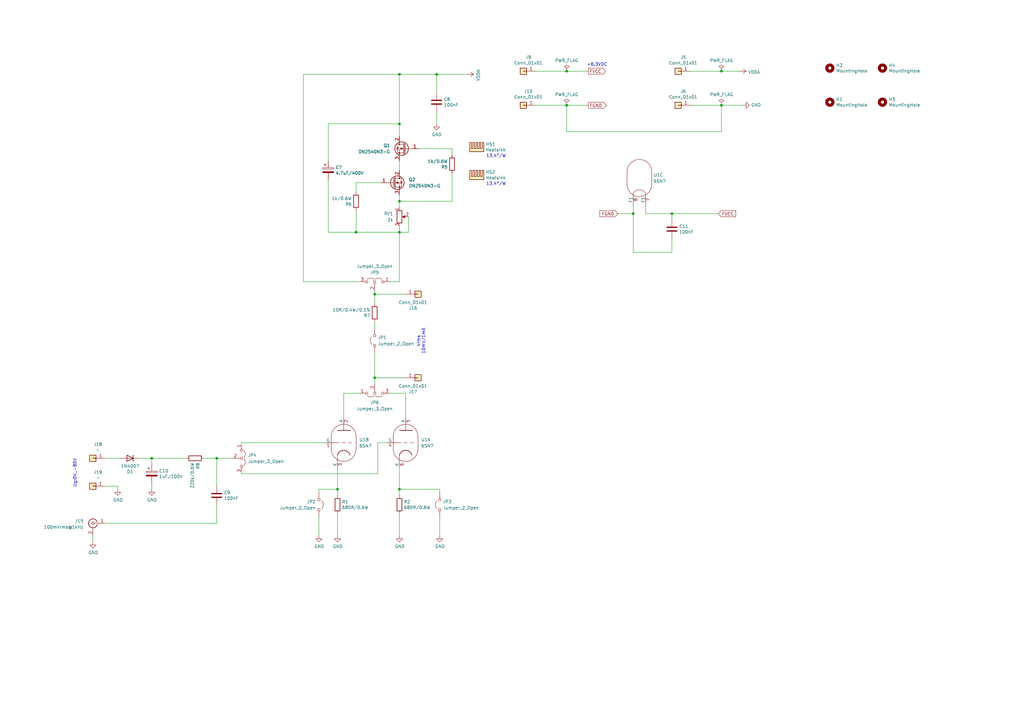
<source format=kicad_sch>
(kicad_sch (version 20231120) (generator "eeschema") (generator_version "8.0")
  (paper "A3")
  (title_block (title "GM Test Setup 6SN7") (date "2024-08-08") (rev "V2"))
  (lib_symbols
    (symbol "Connector:Conn_Coaxial" (pin_names (offset 1.016) hide)
      (property "Reference" "J" (at 0.254 3.048 0))
      (property "Value" "Conn_Coaxial" (at 2.921 0 90))
      (symbol "Conn_Coaxial_0_1"
        (arc (start -1.778 -0.508) (mid 0.2311 -1.8066) (end 1.778 0) (stroke (width 0.254)))
        (polyline (pts (xy -2.54 0) (xy -0.508 0)))
        (polyline (pts (xy 0 -2.54) (xy 0 -1.778)))
        (circle (center 0 0) (radius 0.508) (stroke (width 0.2032)))
        (arc (start 1.778 0) (mid 0.2099 1.8101) (end -1.778 0.508) (stroke (width 0.254)))
      )
      (symbol "Conn_Coaxial_1_1"
        (pin passive line (at -5.08 0 0) (length 2.54) (name "In") (number "1"))
        (pin passive line (at 0 -5.08 90) (length 2.54) (name "Ext") (number "2"))
      )
    )
    (symbol "Connector_Generic:Conn_01x01" (pin_names (offset 1.016) hide)
      (property "Reference" "J" (at 0 2.54 0))
      (property "Value" "Conn_01x01" (at 0 -2.54 0))
      (symbol "Conn_01x01_1_1"
        (rectangle (start -1.27 0.127) (end 0 -0.127) (stroke (width 0.1524)))
        (rectangle (start -1.27 1.27) (end 1.27 -1.27) (stroke (width 0.254)) (fill (type background)))
        (pin passive line (at -5.08 0 0) (length 3.81) (name "Pin_1") (number "1"))
      )
    )
    (symbol "Device:C" (pin_numbers hide) (pin_names (offset 0.254))
      (property "Reference" "C" (at 0.635 2.54 0))
      (property "Value" "C" (at 0.635 -2.54 0))
      (symbol "C_0_1"
        (polyline (pts (xy -2.032 -0.762) (xy 2.032 -0.762)) (stroke (width 0.508)))
        (polyline (pts (xy -2.032 0.762) (xy 2.032 0.762)) (stroke (width 0.508)))
      )
      (symbol "C_1_1"
        (pin passive line (at 0 3.81 270) (length 2.794) (name "~") (number "1"))
        (pin passive line (at 0 -3.81 90) (length 2.794) (name "~") (number "2"))
      )
    )
    (symbol "Device:C_Polarized" (pin_numbers hide) (pin_names (offset 0.254))
      (property "Reference" "C" (at 0.635 2.54 0))
      (property "Value" "C_Polarized" (at 0.635 -2.54 0))
      (symbol "C_Polarized_0_1"
        (rectangle (start -2.286 0.508) (end 2.286 1.016))
        (polyline (pts (xy -1.778 2.286) (xy -0.762 2.286)))
        (polyline (pts (xy -1.27 2.794) (xy -1.27 1.778)))
        (rectangle (start 2.286 -0.508) (end -2.286 -1.016) (fill (type outline)))
      )
      (symbol "C_Polarized_1_1"
        (pin passive line (at 0 3.81 270) (length 2.794) (name "~") (number "1"))
        (pin passive line (at 0 -3.81 90) (length 2.794) (name "~") (number "2"))
      )
    )
    (symbol "Device:R" (pin_numbers hide) (pin_names (offset 0))
      (property "Reference" "R" (at 2.032 0 90))
      (property "Value" "R" (at 0 0 90))
      (symbol "R_0_1"
        (rectangle (start -1.016 -2.54) (end 1.016 2.54) (stroke (width 0.254)))
      )
      (symbol "R_1_1"
        (pin passive line (at 0 3.81 270) (length 1.27) (name "~") (number "1"))
        (pin passive line (at 0 -3.81 90) (length 1.27) (name "~") (number "2"))
      )
    )
    (symbol "Device:R_Potentiometer" (pin_names (offset 1.016) hide)
      (property "Reference" "RV" (at -4.445 0 90))
      (property "Value" "R_Potentiometer" (at -2.54 0 90))
      (symbol "R_Potentiometer_0_1"
        (polyline (pts (xy 2.54 0) (xy 1.524 0)))
        (polyline (pts (xy 1.143 0) (xy 2.286 0.508) (xy 2.286 -0.508) (xy 1.143 0)) (fill (type outline)))
        (rectangle (start 1.016 2.54) (end -1.016 -2.54) (stroke (width 0.254)))
      )
      (symbol "R_Potentiometer_1_1"
        (pin passive line (at 0 3.81 270) (length 1.27) (name "1") (number "1"))
        (pin passive line (at 3.81 0 180) (length 1.27) (name "2") (number "2"))
        (pin passive line (at 0 -3.81 90) (length 1.27) (name "3") (number "3"))
      )
    )
    (symbol "Diode:1N4007" (pin_numbers hide) (pin_names hide)
      (property "Reference" "D" (at 0 2.54 0))
      (property "Value" "1N4007" (at 0 -2.54 0))
      (symbol "1N4007_0_1"
        (polyline (pts (xy -1.27 1.27) (xy -1.27 -1.27)) (stroke (width 0.254)))
        (polyline (pts (xy 1.27 0) (xy -1.27 0)))
        (polyline (pts (xy 1.27 1.27) (xy 1.27 -1.27) (xy -1.27 0) (xy 1.27 1.27)) (stroke (width 0.254)))
      )
      (symbol "1N4007_1_1"
        (pin passive line (at -3.81 0 0) (length 2.54) (name "K") (number "1"))
        (pin passive line (at 3.81 0 180) (length 2.54) (name "A") (number "2"))
      )
    )
    (symbol "Jumper:Jumper_2_Open" (pin_numbers hide) (pin_names (offset 0) hide) (exclude_from_sim yes)
      (property "Reference" "JP" (at 0 2.794 0))
      (property "Value" "Jumper_2_Open" (at 0 -2.286 0))
      (symbol "Jumper_2_Open_0_0"
        (circle (center -2.032 0) (radius 0.508))
        (circle (center 2.032 0) (radius 0.508))
      )
      (symbol "Jumper_2_Open_0_1"
        (arc (start 1.524 1.27) (mid 0 1.778) (end -1.524 1.27))
      )
      (symbol "Jumper_2_Open_1_1"
        (pin passive line (at -5.08 0 0) (length 2.54) (name "A") (number "1"))
        (pin passive line (at 5.08 0 180) (length 2.54) (name "B") (number "2"))
      )
    )
    (symbol "Jumper:Jumper_3_Open" (pin_names (offset 0) hide) (exclude_from_sim yes) (in_bom no)
      (property "Reference" "JP" (at -2.54 -2.54 0))
      (property "Value" "Jumper_3_Open" (at 0 2.794 0))
      (symbol "Jumper_3_Open_0_0"
        (circle (center -3.302 0) (radius 0.508))
        (circle (center 0 0) (radius 0.508))
        (circle (center 3.302 0) (radius 0.508))
      )
      (symbol "Jumper_3_Open_0_1"
        (arc (start -0.254 1.016) (mid -1.651 1.4992) (end -3.048 1.016))
        (polyline (pts (xy 0 -0.508) (xy 0 -1.27)))
        (arc (start 3.048 1.016) (mid 1.651 1.4992) (end 0.254 1.016))
      )
      (symbol "Jumper_3_Open_1_1"
        (pin passive line (at -6.35 0 0) (length 2.54) (name "A") (number "1"))
        (pin passive line (at 0 -3.81 90) (length 2.54) (name "C") (number "2"))
        (pin passive line (at 6.35 0 180) (length 2.54) (name "B") (number "3"))
      )
    )
    (symbol "Mechanical:Heatsink" (pin_names (offset 1.016)) (exclude_from_sim yes)
      (property "Reference" "HS" (at 0 5.08 0))
      (property "Value" "Heatsink" (at 0 -1.27 0))
      (symbol "Heatsink_0_1"
        (polyline (pts (xy -0.3302 1.27) (xy -0.9652 1.27) (xy -0.9652 3.81) (xy -1.6002 3.81) (xy -1.6002 1.27) (xy -2.2352 1.27) (xy -2.2352 3.81) (xy -2.8702 3.81) (xy -2.8702 0) (xy -0.9652 0)) (stroke (width 0.254)) (fill (type background)))
        (polyline (pts (xy -0.3302 1.27) (xy -0.3302 3.81) (xy 0.3048 3.81) (xy 0.3048 1.27) (xy 0.9398 1.27) (xy 0.9398 3.81) (xy 1.5748 3.81) (xy 1.5748 1.27) (xy 2.2098 1.27) (xy 2.2098 3.81) (xy 2.8448 3.81) (xy 2.8448 0) (xy -0.9652 0)) (stroke (width 0.254)) (fill (type background)))
      )
    )
    (symbol "Mechanical:MountingHole" (pin_names (offset 1.016))
      (property "Reference" "H" (at 0 5.08 0))
      (property "Value" "MountingHole" (at 0 3.175 0))
      (symbol "MountingHole_0_1"
        (circle (center 0 0) (radius 1.27) (stroke (width 1.27)))
      )
    )
    (symbol "Transistor_FET_Other:DN2540N5-G" (pin_names (offset 0) hide)
      (property "Reference" "Q" (at 5.08 1.905 0))
      (property "Value" "DN2540N5-G" (at 5.08 0 0))
      (symbol "DN2540N5-G_0_1"
        (polyline (pts (xy 0.254 0) (xy -2.54 0)))
        (polyline (pts (xy 0.254 1.905) (xy 0.254 -1.905)) (stroke (width 0.254)))
        (polyline (pts (xy 0.762 2.286) (xy 0.762 -2.286)) (stroke (width 0.254)))
        (polyline (pts (xy 2.54 2.54) (xy 2.54 1.778)))
        (polyline (pts (xy 2.54 -2.54) (xy 2.54 0) (xy 0.762 0)))
        (polyline (pts (xy 0.762 -1.778) (xy 3.302 -1.778) (xy 3.302 1.778) (xy 0.762 1.778)))
        (polyline (pts (xy 1.016 0) (xy 2.032 0.381) (xy 2.032 -0.381) (xy 1.016 0)) (fill (type outline)))
        (polyline (pts (xy 2.794 0.508) (xy 2.921 0.381) (xy 3.683 0.381) (xy 3.81 0.254)))
        (polyline (pts (xy 3.302 0.381) (xy 2.921 -0.254) (xy 3.683 -0.254) (xy 3.302 0.381)))
        (circle (center 1.651 0) (radius 2.794) (stroke (width 0.254)))
        (circle (center 2.54 -1.778) (radius 0.254) (fill (type outline)))
        (circle (center 2.54 1.778) (radius 0.254) (fill (type outline)))
      )
      (symbol "DN2540N5-G_1_1"
        (pin input line (at -5.08 0 0) (length 2.54) (name "G") (number "1"))
        (pin passive line (at 2.54 5.08 270) (length 2.54) (name "D") (number "2"))
        (pin passive line (at 2.54 -5.08 90) (length 2.54) (name "S") (number "3"))
      )
    )
    (symbol "kicad-snk:6SN7" (pin_names (offset 0))
      (property "Reference" "U" (at 3.302 7.874 0))
      (property "Value" "6SN7" (at 8.89 -7.62 0))
      (symbol "6SN7_0_1"
        (arc (start -5.08 -2.54) (mid 0 -7.5979) (end 5.08 -2.54))
        (polyline (pts (xy 5.08 2.54) (xy 5.08 -2.54)))
        (polyline (pts (xy -5.08 2.54) (xy -5.08 -2.54) (xy -5.08 -2.54)))
        (arc (start 5.08 2.54) (mid 0 7.5979) (end -5.08 2.54))
      )
      (symbol "6SN7_1_0"
        (polyline (pts (xy -2.54 -5.08) (xy -2.54 -7.62)))
        (polyline (pts (xy 0 5.08) (xy 0 7.62)))
      )
      (symbol "6SN7_1_1"
        (polyline (pts (xy -5.08 0) (xy -3.175 0)))
        (polyline (pts (xy -1.905 0) (xy -3.175 0)) (stroke (width 0.1524)))
        (polyline (pts (xy -0.635 0) (xy 0.635 0)) (stroke (width 0.1524)))
        (polyline (pts (xy 1.905 0) (xy 3.175 0)) (stroke (width 0.1524)))
        (polyline (pts (xy -2.54 5.08) (xy 2.794 5.08) (xy 2.794 5.08)) (stroke (width 0.254)))
        (arc (start 2.54 -5.08) (mid 0 -3.0968) (end -2.54 -5.08) (stroke (width 0.254)))
        (pin input line (at -7.62 0 0) (length 2.54) (name "G") (number "4"))
        (pin output line (at 0 10.16 270) (length 2.54) (name "A") (number "5"))
        (pin bidirectional line (at -2.54 -10.16 90) (length 2.54) (name "K") (number "6"))
      )
      (symbol "6SN7_2_0"
        (polyline (pts (xy -2.54 -5.08) (xy -2.54 -7.62)))
        (polyline (pts (xy 0 5.08) (xy 0 7.62)))
      )
      (symbol "6SN7_2_1"
        (polyline (pts (xy -5.08 0) (xy -3.175 0)))
        (polyline (pts (xy -1.905 0) (xy -3.175 0)) (stroke (width 0.1524)))
        (polyline (pts (xy -0.635 0) (xy 0.635 0)) (stroke (width 0.1524)))
        (polyline (pts (xy 1.905 0) (xy 3.175 0)) (stroke (width 0.1524)))
        (polyline (pts (xy -2.54 5.08) (xy 2.794 5.08) (xy 2.794 5.08)) (stroke (width 0.254)))
        (arc (start 2.54 -5.08) (mid 0 -3.0968) (end -2.54 -5.08) (stroke (width 0.254)))
        (pin input line (at -7.62 0 0) (length 2.54) (name "G") (number "1"))
        (pin output line (at 0 10.16 270) (length 2.54) (name "A") (number "2"))
        (pin bidirectional line (at -2.54 -10.16 90) (length 2.54) (name "K") (number "3"))
      )
      (symbol "6SN7_3_1"
        (arc (start 2.54 -6.35) (mid 0 -4.7847) (end -2.54 -6.35))
        (pin power_in line (at 2.54 -11.43 90) (length 5.08) (name "F1") (number "7"))
        (pin power_in line (at -2.54 -11.43 90) (length 5.08) (name "F1") (number "8"))
      )
    )
    (symbol "power:GND" (power) (pin_names (offset 0))
      (property "Value" "GND" (at 0 -3.81 0))
      (symbol "GND_0_1"
        (polyline (pts (xy 0 0) (xy 0 -1.27) (xy 1.27 -1.27) (xy 0 -2.54) (xy -1.27 -1.27) (xy 0 -1.27)))
      )
      (symbol "GND_1_1"
        (pin power_in line (at 0 0 270) (length 0) hide (name "GND") (number "1"))
      )
    )
    (symbol "power:PWR_FLAG" (power) (pin_numbers hide) (pin_names (offset 0) hide)
      (property "Value" "PWR_FLAG" (at 0 3.81 0))
      (symbol "PWR_FLAG_0_0"
        (pin power_out line (at 0 0 90) (length 0) (name "pwr") (number "1"))
      )
      (symbol "PWR_FLAG_0_1"
        (polyline (pts (xy 0 0) (xy 0 1.27) (xy -1.016 1.905) (xy 0 2.54) (xy 1.016 1.905) (xy 0 1.27)))
      )
    )
    (symbol "power:VDDA" (power) (pin_names (offset 0))
      (property "Value" "VDDA" (at 0 3.81 0))
      (symbol "VDDA_0_1"
        (polyline (pts (xy -0.762 1.27) (xy 0 2.54)))
        (polyline (pts (xy 0 0) (xy 0 2.54)))
        (polyline (pts (xy 0 2.54) (xy 0.762 1.27)))
      )
      (symbol "VDDA_1_1"
        (pin power_in line (at 0 0 90) (length 0) hide (name "VDDA") (number "1"))
      )
    )
  )
  (junction (at 163.83 200.66))
  (junction (at 163.83 95.25))
  (junction (at 62.23 187.96))
  (junction (at 259.715 87.63))
  (junction (at 295.91 43.18))
  (junction (at 275.59 87.63))
  (junction (at 232.41 43.18))
  (junction (at 295.91 29.21))
  (junction (at 88.9 187.96))
  (junction (at 163.83 50.8))
  (junction (at 138.43 200.66))
  (junction (at 163.83 82.55))
  (junction (at 179.07 30.48))
  (junction (at 153.67 120.65))
  (junction (at 232.41 29.21))
  (junction (at 153.67 154.94))
  (junction (at 163.83 30.48))
  (junction (at 146.05 95.25))
  (wire (pts (xy 160.02 161.29) (xy 166.37 161.29)))
  (wire (pts (xy 180.34 200.66) (xy 163.83 200.66)))
  (wire (pts (xy 232.41 53.975) (xy 232.41 43.18)))
  (wire (pts (xy 232.41 53.975) (xy 295.91 53.975)))
  (wire (pts (xy 158.75 181.61) (xy 154.94 181.61)))
  (wire (pts (xy 134.62 50.8) (xy 134.62 66.04)))
  (wire (pts (xy 153.67 144.78) (xy 153.67 154.94)))
  (wire (pts (xy 163.83 80.01) (xy 163.83 82.55)))
  (wire (pts (xy 163.83 50.8) (xy 163.83 30.48)))
  (wire (pts (xy 163.83 66.04) (xy 163.83 69.85)))
  (wire (pts (xy 153.67 154.94) (xy 153.67 157.48)))
  (wire (pts (xy 153.67 120.65) (xy 153.67 124.46)))
  (wire (pts (xy 179.07 38.1) (xy 179.07 30.48)))
  (wire (pts (xy 153.67 132.08) (xy 153.67 134.62)))
  (wire (pts (xy 163.83 82.55) (xy 185.42 82.55)))
  (wire (pts (xy 275.59 97.79) (xy 275.59 103.505)))
  (wire (pts (xy 48.26 199.39) (xy 48.26 200.66)))
  (wire (pts (xy 99.06 181.61) (xy 133.35 181.61)))
  (wire (pts (xy 179.07 30.48) (xy 191.77 30.48)))
  (wire (pts (xy -133.35 114.3) (xy -116.84 114.3)))
  (wire (pts (xy 43.18 187.96) (xy 49.53 187.96)))
  (wire (pts (xy 275.59 87.63) (xy 294.64 87.63)))
  (wire (pts (xy 153.67 119.38) (xy 153.67 120.65)))
  (wire (pts (xy 146.05 95.25) (xy 146.05 86.36)))
  (wire (pts (xy 219.71 43.18) (xy 232.41 43.18)))
  (wire (pts (xy 38.1 219.71) (xy 38.1 222.25)))
  (wire (pts (xy 138.43 210.82) (xy 138.43 219.71)))
  (wire (pts (xy 259.715 87.63) (xy 259.715 103.505)))
  (wire (pts (xy 295.91 29.21) (xy 283.21 29.21)))
  (wire (pts (xy 83.82 187.96) (xy 88.9 187.96)))
  (wire (pts (xy 130.81 201.93) (xy 130.81 200.66)))
  (wire (pts (xy 124.46 30.48) (xy 163.83 30.48)))
  (wire (pts (xy 180.34 212.09) (xy 180.34 219.71)))
  (wire (pts (xy 140.97 161.29) (xy 140.97 171.45)))
  (wire (pts (xy 303.53 29.21) (xy 295.91 29.21)))
  (wire (pts (xy 57.15 187.96) (xy 62.23 187.96)))
  (wire (pts (xy 130.81 200.66) (xy 138.43 200.66)))
  (wire (pts (xy 275.59 87.63) (xy 275.59 90.17)))
  (wire (pts (xy 163.83 55.88) (xy 163.83 50.8)))
  (wire (pts (xy 163.83 30.48) (xy 179.07 30.48)))
  (wire (pts (xy 88.9 187.96) (xy 88.9 199.39)))
  (wire (pts (xy 264.795 87.63) (xy 264.795 84.455)))
  (wire (pts (xy 62.23 187.96) (xy 62.23 190.5)))
  (wire (pts (xy 163.83 191.77) (xy 163.83 200.66)))
  (wire (pts (xy 130.81 212.09) (xy 130.81 219.71)))
  (wire (pts (xy 146.05 74.93) (xy 156.21 74.93)))
  (wire (pts (xy 163.83 92.71) (xy 163.83 95.25)))
  (wire (pts (xy 153.67 120.65) (xy 166.37 120.65)))
  (wire (pts (xy -111.76 124.46) (xy -111.76 147.32)))
  (wire (pts (xy 163.83 95.25) (xy 167.64 95.25)))
  (wire (pts (xy 283.21 43.18) (xy 295.91 43.18)))
  (wire (pts (xy 163.83 210.82) (xy 163.83 219.71)))
  (wire (pts (xy 232.41 29.21) (xy 241.3 29.21)))
  (wire (pts (xy 62.23 198.12) (xy 62.23 200.66)))
  (wire (pts (xy 163.83 200.66) (xy 163.83 203.2)))
  (wire (pts (xy 295.91 43.18) (xy 304.8 43.18)))
  (wire (pts (xy 185.42 82.55) (xy 185.42 71.12)))
  (wire (pts (xy 134.62 95.25) (xy 134.62 73.66)))
  (wire (pts (xy 88.9 187.96) (xy 95.25 187.96)))
  (wire (pts (xy 259.715 103.505) (xy 275.59 103.505)))
  (wire (pts (xy 264.795 87.63) (xy 275.59 87.63)))
  (wire (pts (xy 147.32 115.57) (xy 124.46 115.57)))
  (wire (pts (xy 179.07 50.8) (xy 179.07 45.72)))
  (wire (pts (xy 48.26 199.39) (xy 43.18 199.39)))
  (wire (pts (xy 232.41 29.21) (xy 219.71 29.21)))
  (wire (pts (xy 146.05 95.25) (xy 134.62 95.25)))
  (wire (pts (xy 163.83 115.57) (xy 160.02 115.57)))
  (wire (pts (xy 232.41 43.18) (xy 241.3 43.18)))
  (wire (pts (xy 259.715 87.63) (xy 259.715 84.455)))
  (wire (pts (xy 124.46 115.57) (xy 124.46 30.48)))
  (wire (pts (xy 171.45 60.96) (xy 185.42 60.96)))
  (wire (pts (xy 138.43 191.77) (xy 138.43 200.66)))
  (wire (pts (xy 295.91 53.975) (xy 295.91 43.18)))
  (wire (pts (xy 99.06 194.31) (xy 154.94 194.31)))
  (wire (pts (xy 76.2 187.96) (xy 62.23 187.96)))
  (wire (pts (xy 88.9 214.63) (xy 88.9 207.01)))
  (wire (pts (xy 147.32 161.29) (xy 140.97 161.29)))
  (wire (pts (xy 138.43 200.66) (xy 138.43 203.2)))
  (wire (pts (xy 166.37 161.29) (xy 166.37 171.45)))
  (wire (pts (xy 180.34 201.93) (xy 180.34 200.66)))
  (wire (pts (xy 146.05 78.74) (xy 146.05 74.93)))
  (wire (pts (xy 153.67 154.94) (xy 166.37 154.94)))
  (wire (pts (xy 253.365 87.63) (xy 259.715 87.63)))
  (wire (pts (xy 154.94 194.31) (xy 154.94 181.61)))
  (wire (pts (xy 185.42 60.96) (xy 185.42 63.5)))
  (wire (pts (xy 163.83 95.25) (xy 163.83 115.57)))
  (wire (pts (xy -109.22 98.425) (xy -109.22 104.14)))
  (wire (pts (xy 43.18 214.63) (xy 88.9 214.63)))
  (wire (pts (xy 167.64 88.9) (xy 167.64 95.25)))
  (wire (pts (xy 163.83 95.25) (xy 146.05 95.25)))
  (wire (pts (xy 163.83 50.8) (xy 134.62 50.8)))
  (wire (pts (xy 163.83 82.55) (xy 163.83 85.09)))
  (text "+6.3VDC" (at 240.665 27.305 0) (effects (font (size 1.27 1.27)) (justify left bottom)))
  (text "13,4°/W" (at 199.39 64.77 0) (effects (font (size 1.27 1.27)) (justify left bottom)))
  (text "Vrms\n10mV/1mA" (at 172.72 139.954 90) (effects (font (size 1.27 1.27))))
  (text "13,4°/W" (at 199.39 76.2 0) (effects (font (size 1.27 1.27)) (justify left bottom)))
  (text "Ug:0V..-80V" (at 30.734 194.056 90) (effects (font (size 1.27 1.27))))
  (global_label "FGND" (shape output) (at 241.3 43.18 0) (property "Intersheetrefs" "${INTERSHEET_REFS}" (effects (hide yes))))
  (global_label "FVCC" (shape output) (at 241.3 29.21 0) (property "Intersheetrefs" "${INTERSHEET_REFS}" (effects (hide yes))))
  (global_label "FGND" (shape input) (at 253.365 87.63 180) (property "Intersheetrefs" "${INTERSHEET_REFS}" (effects (hide yes))))
  (global_label "FVCC" (shape input) (at 294.64 87.63 0) (property "Intersheetrefs" "${INTERSHEET_REFS}" (effects (hide yes))))
  (symbol (lib_id "Connector_Generic:Conn_01x01") (at 278.13 29.21 180) (unit 1)
    (property "Reference" "J5" (at 280.2128 23.495 0))
    (property "Value" "Conn_01x01" (at 280.2128 25.8064 0))
    (property "Footprint" "Connector_Pin:Pin_D1.3mm_L11.0mm" (effects (hide yes)))
  )
  (symbol (lib_id "Connector_Generic:Conn_01x01") (at 278.13 43.18 180) (unit 1)
    (property "Reference" "J6" (at 280.2128 37.465 0))
    (property "Value" "Conn_01x01" (at 280.2128 39.7764 0))
    (property "Footprint" "Connector_Pin:Pin_D1.3mm_L11.0mm" (effects (hide yes)))
  )
  (symbol (lib_id "Mechanical:MountingHole") (at 340.36 27.94 0) (unit 1)
    (property "Reference" "H2" (at 342.9 26.7716 0) (effects (justify left)))
    (property "Value" "MountingHole" (at 342.9 29.083 0) (effects (justify left)))
    (property "Footprint" "MountingHole:MountingHole_3.2mm_M3_Pad_Via" (effects (hide yes)))
  )
  (symbol (lib_id "Mechanical:MountingHole") (at 361.95 27.94 0) (unit 1)
    (property "Reference" "H4" (at 364.49 26.7716 0) (effects (justify left)))
    (property "Value" "MountingHole" (at 364.49 29.083 0) (effects (justify left)))
    (property "Footprint" "MountingHole:MountingHole_3.2mm_M3_Pad_Via" (effects (hide yes)))
  )
  (symbol (lib_id "Mechanical:MountingHole") (at 340.36 41.91 0) (unit 1)
    (property "Reference" "H1" (at 342.9 40.7416 0) (effects (justify left)))
    (property "Value" "MountingHole" (at 342.9 43.053 0) (effects (justify left)))
    (property "Footprint" "MountingHole:MountingHole_3.2mm_M3_Pad_Via" (effects (hide yes)))
  )
  (symbol (lib_id "Mechanical:MountingHole") (at 361.95 41.91 0) (unit 1)
    (property "Reference" "H3" (at 364.49 40.7416 0) (effects (justify left)))
    (property "Value" "MountingHole" (at 364.49 43.053 0) (effects (justify left)))
    (property "Footprint" "MountingHole:MountingHole_3.2mm_M3_Pad_Via" (effects (hide yes)))
  )
  (symbol (lib_id "power:PWR_FLAG") (at 295.91 29.21 0) (unit 1)
    (property "Reference" "#FLG04" (effects (hide yes)))
    (property "Value" "PWR_FLAG" (at 295.91 24.8158 0))
  )
  (symbol (lib_id "power:GND") (at 304.8 43.18 90) (unit 1)
    (property "Reference" "#PWR05" (effects (hide yes)))
    (property "Value" "GND" (at 308.0512 43.053 90) (effects (justify right)))
  )
  (symbol (lib_id "power:PWR_FLAG") (at 295.91 43.18 0) (unit 1)
    (property "Reference" "#FLG03" (effects (hide yes)))
    (property "Value" "PWR_FLAG" (at 295.91 38.7858 0))
  )
  (symbol (lib_id "power:VDDA") (at 303.53 29.21 270) (unit 1)
    (property "Reference" "#PWR07" (effects (hide yes)))
    (property "Value" "VDDA" (at 306.7812 29.591 90) (effects (justify left)))
  )
  (symbol (lib_id "Connector_Generic:Conn_01x01") (at 214.63 29.21 180) (unit 1)
    (property "Reference" "J9" (at 216.7128 23.495 0))
    (property "Value" "Conn_01x01" (at 216.7128 25.8064 0))
    (property "Footprint" "Connector_Pin:Pin_D1.3mm_L11.0mm" (effects (hide yes)))
  )
  (symbol (lib_id "Connector_Generic:Conn_01x01") (at 214.63 43.18 180) (unit 1)
    (property "Reference" "J10" (at 216.7128 37.465 0))
    (property "Value" "Conn_01x01" (at 216.7128 39.7764 0))
    (property "Footprint" "Connector_Pin:Pin_D1.3mm_L11.0mm" (effects (hide yes)))
  )
  (symbol (lib_id "power:PWR_FLAG") (at 232.41 29.21 0) (unit 1)
    (property "Reference" "#FLG01" (effects (hide yes)))
    (property "Value" "PWR_FLAG" (at 232.41 24.8158 0))
  )
  (symbol (lib_id "power:PWR_FLAG") (at 232.41 43.18 0) (unit 1)
    (property "Reference" "#FLG02" (effects (hide yes)))
    (property "Value" "PWR_FLAG" (at 232.41 38.7858 0))
  )
  (symbol (lib_id "Device:C") (at 275.59 93.98 0) (unit 1)
    (property "Reference" "C11" (at 278.511 92.8116 0) (effects (justify left)))
    (property "Value" "100nF" (at 278.511 95.123 0) (effects (justify left)))
    (property "Footprint" "Capacitor_THT:C_Rect_L7.2mm_W2.5mm_P5.00mm_FKS2_FKP2_MKS2_MKP2" (effects (hide yes)))
  )
  (symbol (lib_id "power:GND") (at 180.34 219.71 0) (unit 1)
    (property "Reference" "#PWR04" (effects (hide yes)))
    (property "Value" "GND" (at 180.467 224.1042 0))
  )
  (symbol (lib_id "Device:C_Polarized") (at 134.62 69.85 0) (unit 1)
    (property "Reference" "C7" (at 137.6172 68.6816 0) (effects (justify left)))
    (property "Value" "4.7uF/400V" (at 137.6172 70.993 0) (effects (justify left)))
    (property "Footprint" "Capacitor_THT:CP_Radial_D10.0mm_P5.00mm" (effects (hide yes)))
  )
  (symbol (lib_id "kicad-snk:6SN7") (at 140.97 181.61 0) (unit 2)
    (property "Reference" "U1" (at 147.32 180.3399 0) (effects (justify left)))
    (property "Value" "6SN7" (at 147.32 182.8799 0) (effects (justify left)))
    (property "Footprint" "kicad-snk:TubeOctal" (effects (hide yes)))
    (property "Datasheet" "https://frank.pocnet.net/sheets/049/6/6SN7GTA.pdf" (effects (hide yes)))
    (property "Description" "double triode" (effects (hide yes)))
  )
  (symbol (lib_id "power:GND") (at 163.83 219.71 0) (unit 1)
    (property "Reference" "#PWR02" (effects (hide yes)))
    (property "Value" "GND" (at 163.957 224.1042 0))
  )
  (symbol (lib_id "Connector_Generic:Conn_01x01") (at 171.45 120.65 0) (unit 1)
    (property "Reference" "J16" (at 169.3672 126.365 0))
    (property "Value" "Conn_01x01" (at 169.3672 124.0536 0))
    (property "Footprint" "Connector_Pin:Pin_D1.0mm_L10.0mm" (effects (hide yes)))
  )
  (symbol (lib_id "kicad-snk:6SN7") (at 166.37 181.61 0) (unit 1)
    (property "Reference" "U1" (at 172.72 180.3399 0) (effects (justify left)))
    (property "Value" "6SN7" (at 172.72 182.8799 0) (effects (justify left)))
    (property "Footprint" "kicad-snk:TubeOctal" (effects (hide yes)))
    (property "Datasheet" "https://frank.pocnet.net/sheets/049/6/6SN7GTA.pdf" (effects (hide yes)))
    (property "Description" "double triode" (effects (hide yes)))
  )
  (symbol (lib_id "Device:R") (at 146.05 82.55 180) (unit 1)
    (property "Reference" "R6" (at 144.272 83.7184 0) (effects (justify left)))
    (property "Value" "1k/0.6W" (at 144.272 81.407 0) (effects (justify left)))
    (property "Footprint" "Resistor_THT:R_Axial_DIN0207_L6.3mm_D2.5mm_P10.16mm_Horizontal" (effects (hide yes)))
  )
  (symbol (lib_id "Jumper:Jumper_2_Open") (at 130.81 207.01 270) (mirror x) (unit 1) (exclude_from_sim yes)
    (property "Reference" "JP2" (at 129.54 205.7399 90) (effects (justify right)))
    (property "Value" "Jumper_2_Open" (at 129.54 208.2799 90) (effects (justify right)))
    (property "Footprint" "Connector_PinHeader_2.54mm:PinHeader_1x02_P2.54mm_Vertical" (effects (hide yes)))
    (property "Description" "Jumper, 2-pole, open" (effects (hide yes)))
  )
  (symbol (lib_id "Connector_Generic:Conn_01x01") (at 38.1 199.39 180) (unit 1)
    (property "Reference" "J19" (at 40.1828 193.675 0))
    (property "Value" "~" (at 40.1828 195.9864 0))
    (property "Footprint" "Connector_Pin:Pin_D1.0mm_L10.0mm" (effects (hide yes)))
  )
  (symbol (lib_id "Connector:Conn_Coaxial") (at 38.1 214.63 0) (mirror y) (unit 1)
    (property "Reference" "J15" (at 34.29 213.6531 0) (effects (justify left)))
    (property "Value" "100mVrms@1kHz" (at 34.29 216.1931 0) (effects (justify left)))
    (property "Footprint" "kicad-snk:RCA-Phono_CUI-Devices_RCJ-02X_Vertical" (effects (hide yes)))
    (property "Description" "coaxial connector (BNC, SMA, SMB, SMC, Cinch/RCA, LEMO, ...)" (effects (hide yes)))
  )
  (symbol (lib_id "power:GND") (at 38.1 222.25 0) (unit 1)
    (property "Reference" "#PWR014" (effects (hide yes)))
    (property "Value" "GND" (at 38.227 226.6442 0))
  )
  (symbol (lib_id "Jumper:Jumper_2_Open") (at 180.34 207.01 90) (unit 1) (exclude_from_sim yes)
    (property "Reference" "JP3" (at 181.61 205.7399 90) (effects (justify right)))
    (property "Value" "Jumper_2_Open" (at 181.61 208.2799 90) (effects (justify right)))
    (property "Footprint" "Connector_PinHeader_2.54mm:PinHeader_1x02_P2.54mm_Vertical" (effects (hide yes)))
    (property "Description" "Jumper, 2-pole, open" (effects (hide yes)))
  )
  (symbol (lib_id "Transistor_FET_Other:DN2540N5-G") (at 161.29 74.93 0) (unit 1)
    (property "Reference" "Q2" (at 167.64 73.6599 0) (effects (justify left)))
    (property "Value" "DN2540N3-G" (at 167.64 76.1999 0) (effects (justify left)))
    (property "Footprint" "Package_TO_SOT_THT:TO-220-3_Vertical" (effects (hide yes)))
    (property "Datasheet" "https://ww1.microchip.com/downloads/en/DeviceDoc/DN2540%20B060313.pdf" (effects (hide yes)))
    (property "Description" "150mA Ids, 400 Vds, Depletion-mode N-channel MOSFET, TO-220" (effects (hide yes)))
  )
  (symbol (lib_id "power:VDDA") (at 191.77 30.48 270) (unit 1)
    (property "Reference" "#PWR010" (effects (hide yes)))
    (property "Value" "VDDA" (at 196.1642 30.861 0))
  )
  (symbol (lib_id "Device:C") (at 179.07 41.91 0) (unit 1)
    (property "Reference" "C8" (at 181.991 40.7416 0) (effects (justify left)))
    (property "Value" "100nF" (at 181.991 43.053 0) (effects (justify left)))
    (property "Footprint" "Capacitor_THT:C_Rect_L16.5mm_W5.0mm_P15.00mm_MKT" (effects (hide yes)))
  )
  (symbol (lib_id "kicad-snk:6SN7") (at 262.255 73.025 0) (unit 3)
    (property "Reference" "U1" (at 267.97 71.7549 0) (effects (justify left)))
    (property "Value" "6SN7" (at 267.97 74.2949 0) (effects (justify left)))
    (property "Footprint" "kicad-snk:TubeOctal" (effects (hide yes)))
    (property "Datasheet" "https://frank.pocnet.net/sheets/049/6/6SN7GTA.pdf" (effects (hide yes)))
    (property "Description" "double triode" (effects (hide yes)))
  )
  (symbol (lib_id "Jumper:Jumper_2_Open") (at 153.67 139.7 90) (unit 1) (exclude_from_sim yes)
    (property "Reference" "JP1" (at 154.94 138.4299 90) (effects (justify right)))
    (property "Value" "Jumper_2_Open" (at 154.94 140.9699 90) (effects (justify right)))
    (property "Footprint" "Connector_PinHeader_2.54mm:PinHeader_1x02_P2.54mm_Vertical" (effects (hide yes)))
    (property "Description" "Jumper, 2-pole, open" (effects (hide yes)))
  )
  (symbol (lib_id "Connector_Generic:Conn_01x01") (at 38.1 187.96 180) (unit 1)
    (property "Reference" "J18" (at 40.1828 182.245 0))
    (property "Value" "~" (at 40.1828 184.5564 0))
    (property "Footprint" "Connector_Pin:Pin_D1.0mm_L10.0mm" (effects (hide yes)))
  )
  (symbol (lib_id "Jumper:Jumper_3_Open") (at 99.06 187.96 270) (unit 1) (exclude_from_sim yes) (in_bom no)
    (property "Reference" "JP4" (at 101.6 186.6899 90) (effects (justify left)))
    (property "Value" "Jumper_3_Open" (at 101.6 189.2299 90) (effects (justify left)))
    (property "Footprint" "Connector_PinHeader_2.54mm:PinHeader_1x03_P2.54mm_Vertical" (effects (hide yes)))
    (property "Description" "Jumper, 3-pole, both open" (effects (hide yes)))
  )
  (symbol (lib_id "Device:R") (at 185.42 67.31 180) (unit 1)
    (property "Reference" "R5" (at 183.642 68.4784 0) (effects (justify left)))
    (property "Value" "1k/0.6W" (at 183.642 66.167 0) (effects (justify left)))
    (property "Footprint" "Resistor_THT:R_Axial_DIN0207_L6.3mm_D2.5mm_P10.16mm_Horizontal" (effects (hide yes)))
  )
  (symbol (lib_id "Transistor_FET_Other:DN2540N5-G") (at 166.37 60.96 0) (mirror y) (unit 1)
    (property "Reference" "Q1" (at 160.02 59.6899 0) (effects (justify left)))
    (property "Value" "DN2540N3-G" (at 160.02 62.2299 0) (effects (justify left)))
    (property "Footprint" "Package_TO_SOT_THT:TO-220-3_Vertical" (effects (hide yes)))
    (property "Datasheet" "https://ww1.microchip.com/downloads/en/DeviceDoc/DN2540%20B060313.pdf" (effects (hide yes)))
    (property "Description" "150mA Ids, 400 Vds, Depletion-mode N-channel MOSFET, TO-220" (effects (hide yes)))
  )
  (symbol (lib_id "power:GND") (at 138.43 219.71 0) (unit 1)
    (property "Reference" "#PWR01" (effects (hide yes)))
    (property "Value" "GND" (at 138.557 224.1042 0))
  )
  (symbol (lib_id "Device:R") (at 153.67 128.27 180) (unit 1)
    (property "Reference" "R7" (at 151.892 129.4384 0) (effects (justify left)))
    (property "Value" "10R/0.4W/0.1%" (at 151.892 127.127 0) (effects (justify left)))
    (property "Footprint" "Resistor_THT:R_Axial_DIN0207_L6.3mm_D2.5mm_P10.16mm_Horizontal" (effects (hide yes)))
  )
  (symbol (lib_id "Jumper:Jumper_3_Open") (at 153.67 115.57 0) (mirror y) (unit 1) (exclude_from_sim yes) (in_bom no)
    (property "Reference" "JP5" (at 153.67 111.76 0))
    (property "Value" "Jumper_3_Open" (at 153.67 109.22 0))
    (property "Footprint" "Connector_PinHeader_2.54mm:PinHeader_1x03_P2.54mm_Vertical" (effects (hide yes)))
    (property "Description" "Jumper, 3-pole, both open" (effects (hide yes)))
  )
  (symbol (lib_id "Device:C") (at 88.9 203.2 0) (unit 1)
    (property "Reference" "C9" (at 91.821 202.0316 0) (effects (justify left)))
    (property "Value" "100nF" (at 91.821 204.343 0) (effects (justify left)))
    (property "Footprint" "Capacitor_THT:C_Rect_L7.2mm_W2.5mm_P5.00mm_FKS2_FKP2_MKS2_MKP2" (effects (hide yes)))
  )
  (symbol (lib_id "power:GND") (at 130.81 219.71 0) (unit 1)
    (property "Reference" "#PWR03" (effects (hide yes)))
    (property "Value" "GND" (at 130.937 224.1042 0))
  )
  (symbol (lib_id "Device:R_Potentiometer") (at 163.83 88.9 0) (unit 1)
    (property "Reference" "RV1" (at 161.29 87.6299 0) (effects (justify right)))
    (property "Value" "2k" (at 161.29 90.1699 0) (effects (justify right)))
    (property "Footprint" "Potentiometer_THT:Potentiometer_Bourns_3296W_Vertical" (effects (hide yes)))
    (property "Description" "Potentiometer" (effects (hide yes)))
  )
  (symbol (lib_id "Device:R") (at 80.01 187.96 270) (unit 1)
    (property "Reference" "R8" (at 81.1784 189.738 0) (effects (justify left)))
    (property "Value" "220k/0.6W" (at 78.867 189.738 0) (effects (justify left)))
    (property "Footprint" "Resistor_THT:R_Axial_DIN0207_L6.3mm_D2.5mm_P10.16mm_Horizontal" (effects (hide yes)))
  )
  (symbol (lib_id "Device:R") (at 163.83 207.01 0) (unit 1)
    (property "Reference" "R2" (at 165.608 205.8416 0) (effects (justify left)))
    (property "Value" "680R/0.6W" (at 165.608 208.153 0) (effects (justify left)))
    (property "Footprint" "Resistor_THT:R_Axial_DIN0207_L6.3mm_D2.5mm_P10.16mm_Horizontal" (effects (hide yes)))
  )
  (symbol (lib_id "Jumper:Jumper_3_Open") (at 153.67 161.29 0) (mirror x) (unit 1) (exclude_from_sim yes) (in_bom no)
    (property "Reference" "JP6" (at 153.67 165.1 0))
    (property "Value" "Jumper_3_Open" (at 153.67 167.64 0))
    (property "Footprint" "Connector_PinHeader_2.54mm:PinHeader_1x03_P2.54mm_Vertical" (effects (hide yes)))
    (property "Description" "Jumper, 3-pole, both open" (effects (hide yes)))
  )
  (symbol (lib_id "Device:C_Polarized") (at 62.23 194.31 0) (unit 1)
    (property "Reference" "C10" (at 65.2272 193.1416 0) (effects (justify left)))
    (property "Value" "1uF/100V" (at 65.2272 195.453 0) (effects (justify left)))
    (property "Footprint" "Capacitor_THT:CP_Radial_D5.0mm_P2.00mm" (effects (hide yes)))
  )
  (symbol (lib_id "Connector_Generic:Conn_01x01") (at 171.45 154.94 0) (unit 1)
    (property "Reference" "J17" (at 169.3672 160.655 0))
    (property "Value" "Conn_01x01" (at 169.3672 158.3436 0))
    (property "Footprint" "Connector_Pin:Pin_D1.0mm_L10.0mm" (effects (hide yes)))
  )
  (symbol (lib_id "Diode:1N4007") (at 53.34 187.96 180) (unit 1)
    (property "Reference" "D1" (at 53.34 193.4718 0))
    (property "Value" "1N4007" (at 53.34 191.1604 0))
    (property "Footprint" "Diode_THT:D_DO-41_SOD81_P10.16mm_Horizontal" (effects (hide yes)))
    (property "Datasheet" "http://www.vishay.com/docs/88503/1n4001.pdf" (effects (hide yes)))
    (property "Description" "1000V 1A General Purpose Rectifier Diode, DO-41" (effects (hide yes)))
    (property "Sim.Device" "D" (effects (hide yes)))
    (property "Sim.Pins" "1=K 2=A" (effects (hide yes)))
  )
  (symbol (lib_id "Mechanical:Heatsink") (at 195.58 62.23 0) (unit 1)
    (property "Reference" "HS1" (at 199.1868 59.1566 0) (effects (justify left)))
    (property "Value" "Heatsink" (at 199.1868 61.468 0) (effects (justify left)))
    (property "Footprint" "Heatsink:Heatsink_Fischer_SK104-STC-STIC_35x13mm_2xDrill2.5mm" (effects (hide yes)))
    (property "Description" "Heatsink" (effects (hide yes)))
  )
  (symbol (lib_id "power:GND") (at 179.07 50.8 0) (unit 1)
    (property "Reference" "#PWR09" (effects (hide yes)))
    (property "Value" "GND" (at 179.197 55.1942 0))
  )
  (symbol (lib_id "power:GND") (at 62.23 200.66 0) (unit 1)
    (property "Reference" "#PWR012" (effects (hide yes)))
    (property "Value" "GND" (at 62.357 205.0542 0))
  )
  (symbol (lib_id "power:GND") (at 48.26 200.66 0) (unit 1)
    (property "Reference" "#PWR015" (effects (hide yes)))
    (property "Value" "GND" (at 48.387 205.0542 0))
  )
  (symbol (lib_id "Mechanical:Heatsink") (at 195.58 73.66 0) (unit 1)
    (property "Reference" "HS2" (at 199.1868 70.5866 0) (effects (justify left)))
    (property "Value" "Heatsink" (at 199.1868 72.898 0) (effects (justify left)))
    (property "Footprint" "Heatsink:Heatsink_Fischer_SK104-STC-STIC_35x13mm_2xDrill2.5mm" (effects (hide yes)))
    (property "Description" "Heatsink" (effects (hide yes)))
  )
  (symbol (lib_id "Device:R") (at 138.43 207.01 0) (unit 1)
    (property "Reference" "R1" (at 140.208 205.8416 0) (effects (justify left)))
    (property "Value" "680R/0.6W" (at 140.208 208.153 0) (effects (justify left)))
    (property "Footprint" "Resistor_THT:R_Axial_DIN0207_L6.3mm_D2.5mm_P10.16mm_Horizontal" (effects (hide yes)))
  )
)
</source>
